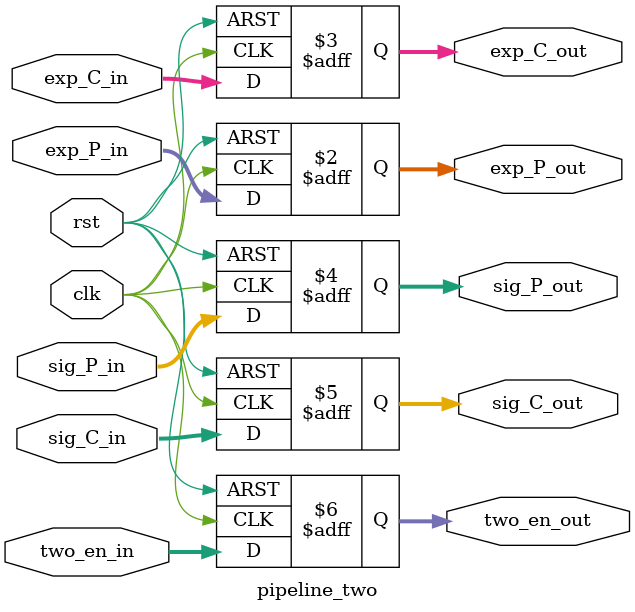
<source format=v>
module pipeline_two (clk, rst, exp_P_in, sig_P_in, two_en_in, exp_C_in, sig_C_in, exp_P_out, sig_P_out, two_en_out, exp_C_out, sig_C_out);
    
    input clk, rst;
    input [7:0] exp_P_in, exp_C_in;
    input [49:0] sig_P_in, sig_C_in;
    input [1:0] two_en_in;
    output reg [7:0] exp_P_out, exp_C_out;
    output reg [49:0] sig_P_out, sig_C_out;
    output reg [1:0] two_en_out;


    always @(posedge clk , posedge rst) begin
        if(rst) begin
            exp_P_out <= 8'b0;
            sig_P_out <= 50'b0;
            two_en_out <= 2'b0;
            exp_C_out <= 8'b0;
            sig_C_out <= 50'b0;
        end
        else begin
            exp_P_out <= exp_P_in;
            sig_P_out <= sig_P_in;
            two_en_out <= two_en_in;
            exp_C_out <= exp_C_in;
            sig_C_out <= sig_C_in;
        end
    end

endmodule
</source>
